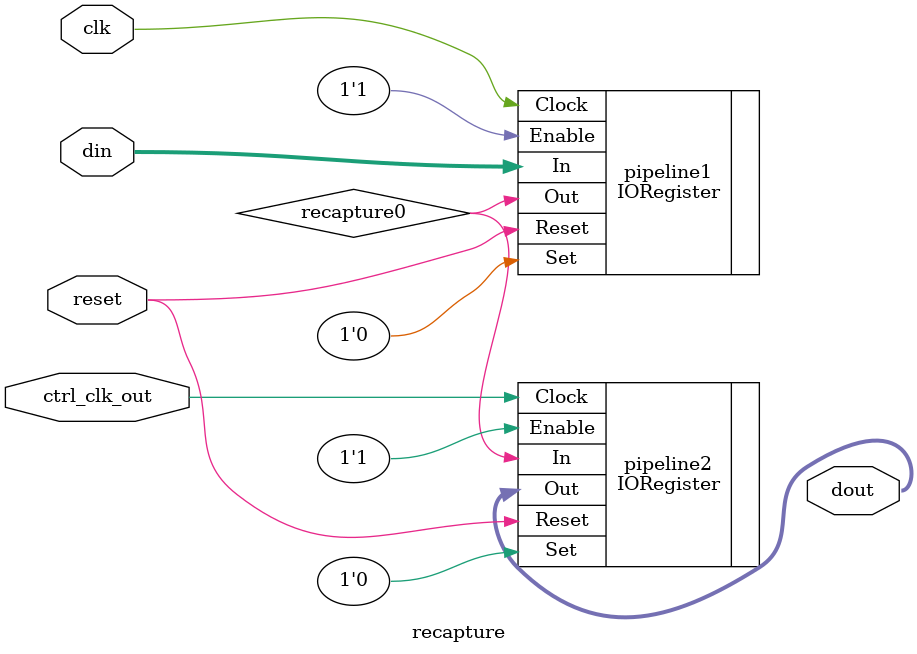
<source format=v>
module recapture #(
	parameter width = 8,
	parameter delay = 1
) ( 
	input clk,
	input ctrl_clk_out,
	input reset,
	input [width-1:0] din,
	output [width-1:0] dout
);

//Wires and regs
//==============
wire [width-1:0] stage_0_out;
wire [width-1:0] stage_1_in;

// Module Declarations
//====================
IORegister pipeline1(.Clock(clk), .Reset(reset), .Set(1'b0), .Enable(1'b1), .In(din), .Out(recapture0));
IORegister pipeline2(.Clock(ctrl_clk_out), .Reset(reset), .Set(1'b0), .Enable(1'b1), .In(recapture0), .Out(dout));

// Bitwise MAXDELAY constraint generation
genvar i;
generate for (i = 0; i < width; i = i + 1) begin: max_delay_gen
	(* MAXDELAY = "2 ns" *) wire int = stage_0_out[i];
	assign stage_1_in[i] = int;
end endgenerate

endmodule

</source>
